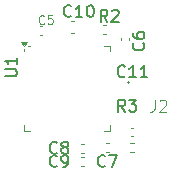
<source format=gbr>
%TF.GenerationSoftware,KiCad,Pcbnew,9.0.0*%
%TF.CreationDate,2025-03-13T15:54:17-04:00*%
%TF.ProjectId,IngestibleCapsule-Board,496e6765-7374-4696-926c-654361707375,rev?*%
%TF.SameCoordinates,Original*%
%TF.FileFunction,Legend,Top*%
%TF.FilePolarity,Positive*%
%FSLAX46Y46*%
G04 Gerber Fmt 4.6, Leading zero omitted, Abs format (unit mm)*
G04 Created by KiCad (PCBNEW 9.0.0) date 2025-03-13 15:54:17*
%MOMM*%
%LPD*%
G01*
G04 APERTURE LIST*
%ADD10C,0.093750*%
%ADD11C,0.150000*%
%ADD12C,0.100000*%
%ADD13C,0.120000*%
G04 APERTURE END LIST*
D10*
X96374999Y-69470660D02*
X96339285Y-69506375D01*
X96339285Y-69506375D02*
X96232142Y-69542089D01*
X96232142Y-69542089D02*
X96160714Y-69542089D01*
X96160714Y-69542089D02*
X96053571Y-69506375D01*
X96053571Y-69506375D02*
X95982142Y-69434946D01*
X95982142Y-69434946D02*
X95946428Y-69363517D01*
X95946428Y-69363517D02*
X95910714Y-69220660D01*
X95910714Y-69220660D02*
X95910714Y-69113517D01*
X95910714Y-69113517D02*
X95946428Y-68970660D01*
X95946428Y-68970660D02*
X95982142Y-68899232D01*
X95982142Y-68899232D02*
X96053571Y-68827803D01*
X96053571Y-68827803D02*
X96160714Y-68792089D01*
X96160714Y-68792089D02*
X96232142Y-68792089D01*
X96232142Y-68792089D02*
X96339285Y-68827803D01*
X96339285Y-68827803D02*
X96374999Y-68863517D01*
X97053571Y-68792089D02*
X96696428Y-68792089D01*
X96696428Y-68792089D02*
X96660714Y-69149232D01*
X96660714Y-69149232D02*
X96696428Y-69113517D01*
X96696428Y-69113517D02*
X96767857Y-69077803D01*
X96767857Y-69077803D02*
X96946428Y-69077803D01*
X96946428Y-69077803D02*
X97017857Y-69113517D01*
X97017857Y-69113517D02*
X97053571Y-69149232D01*
X97053571Y-69149232D02*
X97089285Y-69220660D01*
X97089285Y-69220660D02*
X97089285Y-69399232D01*
X97089285Y-69399232D02*
X97053571Y-69470660D01*
X97053571Y-69470660D02*
X97017857Y-69506375D01*
X97017857Y-69506375D02*
X96946428Y-69542089D01*
X96946428Y-69542089D02*
X96767857Y-69542089D01*
X96767857Y-69542089D02*
X96696428Y-69506375D01*
X96696428Y-69506375D02*
X96660714Y-69470660D01*
D11*
X97453333Y-81559580D02*
X97405714Y-81607200D01*
X97405714Y-81607200D02*
X97262857Y-81654819D01*
X97262857Y-81654819D02*
X97167619Y-81654819D01*
X97167619Y-81654819D02*
X97024762Y-81607200D01*
X97024762Y-81607200D02*
X96929524Y-81511961D01*
X96929524Y-81511961D02*
X96881905Y-81416723D01*
X96881905Y-81416723D02*
X96834286Y-81226247D01*
X96834286Y-81226247D02*
X96834286Y-81083390D01*
X96834286Y-81083390D02*
X96881905Y-80892914D01*
X96881905Y-80892914D02*
X96929524Y-80797676D01*
X96929524Y-80797676D02*
X97024762Y-80702438D01*
X97024762Y-80702438D02*
X97167619Y-80654819D01*
X97167619Y-80654819D02*
X97262857Y-80654819D01*
X97262857Y-80654819D02*
X97405714Y-80702438D01*
X97405714Y-80702438D02*
X97453333Y-80750057D01*
X97929524Y-81654819D02*
X98120000Y-81654819D01*
X98120000Y-81654819D02*
X98215238Y-81607200D01*
X98215238Y-81607200D02*
X98262857Y-81559580D01*
X98262857Y-81559580D02*
X98358095Y-81416723D01*
X98358095Y-81416723D02*
X98405714Y-81226247D01*
X98405714Y-81226247D02*
X98405714Y-80845295D01*
X98405714Y-80845295D02*
X98358095Y-80750057D01*
X98358095Y-80750057D02*
X98310476Y-80702438D01*
X98310476Y-80702438D02*
X98215238Y-80654819D01*
X98215238Y-80654819D02*
X98024762Y-80654819D01*
X98024762Y-80654819D02*
X97929524Y-80702438D01*
X97929524Y-80702438D02*
X97881905Y-80750057D01*
X97881905Y-80750057D02*
X97834286Y-80845295D01*
X97834286Y-80845295D02*
X97834286Y-81083390D01*
X97834286Y-81083390D02*
X97881905Y-81178628D01*
X97881905Y-81178628D02*
X97929524Y-81226247D01*
X97929524Y-81226247D02*
X98024762Y-81273866D01*
X98024762Y-81273866D02*
X98215238Y-81273866D01*
X98215238Y-81273866D02*
X98310476Y-81226247D01*
X98310476Y-81226247D02*
X98358095Y-81178628D01*
X98358095Y-81178628D02*
X98405714Y-81083390D01*
X98657142Y-68859580D02*
X98609523Y-68907200D01*
X98609523Y-68907200D02*
X98466666Y-68954819D01*
X98466666Y-68954819D02*
X98371428Y-68954819D01*
X98371428Y-68954819D02*
X98228571Y-68907200D01*
X98228571Y-68907200D02*
X98133333Y-68811961D01*
X98133333Y-68811961D02*
X98085714Y-68716723D01*
X98085714Y-68716723D02*
X98038095Y-68526247D01*
X98038095Y-68526247D02*
X98038095Y-68383390D01*
X98038095Y-68383390D02*
X98085714Y-68192914D01*
X98085714Y-68192914D02*
X98133333Y-68097676D01*
X98133333Y-68097676D02*
X98228571Y-68002438D01*
X98228571Y-68002438D02*
X98371428Y-67954819D01*
X98371428Y-67954819D02*
X98466666Y-67954819D01*
X98466666Y-67954819D02*
X98609523Y-68002438D01*
X98609523Y-68002438D02*
X98657142Y-68050057D01*
X99609523Y-68954819D02*
X99038095Y-68954819D01*
X99323809Y-68954819D02*
X99323809Y-67954819D01*
X99323809Y-67954819D02*
X99228571Y-68097676D01*
X99228571Y-68097676D02*
X99133333Y-68192914D01*
X99133333Y-68192914D02*
X99038095Y-68240533D01*
X100228571Y-67954819D02*
X100323809Y-67954819D01*
X100323809Y-67954819D02*
X100419047Y-68002438D01*
X100419047Y-68002438D02*
X100466666Y-68050057D01*
X100466666Y-68050057D02*
X100514285Y-68145295D01*
X100514285Y-68145295D02*
X100561904Y-68335771D01*
X100561904Y-68335771D02*
X100561904Y-68573866D01*
X100561904Y-68573866D02*
X100514285Y-68764342D01*
X100514285Y-68764342D02*
X100466666Y-68859580D01*
X100466666Y-68859580D02*
X100419047Y-68907200D01*
X100419047Y-68907200D02*
X100323809Y-68954819D01*
X100323809Y-68954819D02*
X100228571Y-68954819D01*
X100228571Y-68954819D02*
X100133333Y-68907200D01*
X100133333Y-68907200D02*
X100085714Y-68859580D01*
X100085714Y-68859580D02*
X100038095Y-68764342D01*
X100038095Y-68764342D02*
X99990476Y-68573866D01*
X99990476Y-68573866D02*
X99990476Y-68335771D01*
X99990476Y-68335771D02*
X100038095Y-68145295D01*
X100038095Y-68145295D02*
X100085714Y-68050057D01*
X100085714Y-68050057D02*
X100133333Y-68002438D01*
X100133333Y-68002438D02*
X100228571Y-67954819D01*
X97453333Y-80434580D02*
X97405714Y-80482200D01*
X97405714Y-80482200D02*
X97262857Y-80529819D01*
X97262857Y-80529819D02*
X97167619Y-80529819D01*
X97167619Y-80529819D02*
X97024762Y-80482200D01*
X97024762Y-80482200D02*
X96929524Y-80386961D01*
X96929524Y-80386961D02*
X96881905Y-80291723D01*
X96881905Y-80291723D02*
X96834286Y-80101247D01*
X96834286Y-80101247D02*
X96834286Y-79958390D01*
X96834286Y-79958390D02*
X96881905Y-79767914D01*
X96881905Y-79767914D02*
X96929524Y-79672676D01*
X96929524Y-79672676D02*
X97024762Y-79577438D01*
X97024762Y-79577438D02*
X97167619Y-79529819D01*
X97167619Y-79529819D02*
X97262857Y-79529819D01*
X97262857Y-79529819D02*
X97405714Y-79577438D01*
X97405714Y-79577438D02*
X97453333Y-79625057D01*
X98024762Y-79958390D02*
X97929524Y-79910771D01*
X97929524Y-79910771D02*
X97881905Y-79863152D01*
X97881905Y-79863152D02*
X97834286Y-79767914D01*
X97834286Y-79767914D02*
X97834286Y-79720295D01*
X97834286Y-79720295D02*
X97881905Y-79625057D01*
X97881905Y-79625057D02*
X97929524Y-79577438D01*
X97929524Y-79577438D02*
X98024762Y-79529819D01*
X98024762Y-79529819D02*
X98215238Y-79529819D01*
X98215238Y-79529819D02*
X98310476Y-79577438D01*
X98310476Y-79577438D02*
X98358095Y-79625057D01*
X98358095Y-79625057D02*
X98405714Y-79720295D01*
X98405714Y-79720295D02*
X98405714Y-79767914D01*
X98405714Y-79767914D02*
X98358095Y-79863152D01*
X98358095Y-79863152D02*
X98310476Y-79910771D01*
X98310476Y-79910771D02*
X98215238Y-79958390D01*
X98215238Y-79958390D02*
X98024762Y-79958390D01*
X98024762Y-79958390D02*
X97929524Y-80006009D01*
X97929524Y-80006009D02*
X97881905Y-80053628D01*
X97881905Y-80053628D02*
X97834286Y-80148866D01*
X97834286Y-80148866D02*
X97834286Y-80339342D01*
X97834286Y-80339342D02*
X97881905Y-80434580D01*
X97881905Y-80434580D02*
X97929524Y-80482200D01*
X97929524Y-80482200D02*
X98024762Y-80529819D01*
X98024762Y-80529819D02*
X98215238Y-80529819D01*
X98215238Y-80529819D02*
X98310476Y-80482200D01*
X98310476Y-80482200D02*
X98358095Y-80434580D01*
X98358095Y-80434580D02*
X98405714Y-80339342D01*
X98405714Y-80339342D02*
X98405714Y-80148866D01*
X98405714Y-80148866D02*
X98358095Y-80053628D01*
X98358095Y-80053628D02*
X98310476Y-80006009D01*
X98310476Y-80006009D02*
X98215238Y-79958390D01*
X103207142Y-73959580D02*
X103159523Y-74007200D01*
X103159523Y-74007200D02*
X103016666Y-74054819D01*
X103016666Y-74054819D02*
X102921428Y-74054819D01*
X102921428Y-74054819D02*
X102778571Y-74007200D01*
X102778571Y-74007200D02*
X102683333Y-73911961D01*
X102683333Y-73911961D02*
X102635714Y-73816723D01*
X102635714Y-73816723D02*
X102588095Y-73626247D01*
X102588095Y-73626247D02*
X102588095Y-73483390D01*
X102588095Y-73483390D02*
X102635714Y-73292914D01*
X102635714Y-73292914D02*
X102683333Y-73197676D01*
X102683333Y-73197676D02*
X102778571Y-73102438D01*
X102778571Y-73102438D02*
X102921428Y-73054819D01*
X102921428Y-73054819D02*
X103016666Y-73054819D01*
X103016666Y-73054819D02*
X103159523Y-73102438D01*
X103159523Y-73102438D02*
X103207142Y-73150057D01*
X104159523Y-74054819D02*
X103588095Y-74054819D01*
X103873809Y-74054819D02*
X103873809Y-73054819D01*
X103873809Y-73054819D02*
X103778571Y-73197676D01*
X103778571Y-73197676D02*
X103683333Y-73292914D01*
X103683333Y-73292914D02*
X103588095Y-73340533D01*
X105111904Y-74054819D02*
X104540476Y-74054819D01*
X104826190Y-74054819D02*
X104826190Y-73054819D01*
X104826190Y-73054819D02*
X104730952Y-73197676D01*
X104730952Y-73197676D02*
X104635714Y-73292914D01*
X104635714Y-73292914D02*
X104540476Y-73340533D01*
X104759580Y-71166666D02*
X104807200Y-71214285D01*
X104807200Y-71214285D02*
X104854819Y-71357142D01*
X104854819Y-71357142D02*
X104854819Y-71452380D01*
X104854819Y-71452380D02*
X104807200Y-71595237D01*
X104807200Y-71595237D02*
X104711961Y-71690475D01*
X104711961Y-71690475D02*
X104616723Y-71738094D01*
X104616723Y-71738094D02*
X104426247Y-71785713D01*
X104426247Y-71785713D02*
X104283390Y-71785713D01*
X104283390Y-71785713D02*
X104092914Y-71738094D01*
X104092914Y-71738094D02*
X103997676Y-71690475D01*
X103997676Y-71690475D02*
X103902438Y-71595237D01*
X103902438Y-71595237D02*
X103854819Y-71452380D01*
X103854819Y-71452380D02*
X103854819Y-71357142D01*
X103854819Y-71357142D02*
X103902438Y-71214285D01*
X103902438Y-71214285D02*
X103950057Y-71166666D01*
X103854819Y-70309523D02*
X103854819Y-70499999D01*
X103854819Y-70499999D02*
X103902438Y-70595237D01*
X103902438Y-70595237D02*
X103950057Y-70642856D01*
X103950057Y-70642856D02*
X104092914Y-70738094D01*
X104092914Y-70738094D02*
X104283390Y-70785713D01*
X104283390Y-70785713D02*
X104664342Y-70785713D01*
X104664342Y-70785713D02*
X104759580Y-70738094D01*
X104759580Y-70738094D02*
X104807200Y-70690475D01*
X104807200Y-70690475D02*
X104854819Y-70595237D01*
X104854819Y-70595237D02*
X104854819Y-70404761D01*
X104854819Y-70404761D02*
X104807200Y-70309523D01*
X104807200Y-70309523D02*
X104759580Y-70261904D01*
X104759580Y-70261904D02*
X104664342Y-70214285D01*
X104664342Y-70214285D02*
X104426247Y-70214285D01*
X104426247Y-70214285D02*
X104331009Y-70261904D01*
X104331009Y-70261904D02*
X104283390Y-70309523D01*
X104283390Y-70309523D02*
X104235771Y-70404761D01*
X104235771Y-70404761D02*
X104235771Y-70595237D01*
X104235771Y-70595237D02*
X104283390Y-70690475D01*
X104283390Y-70690475D02*
X104331009Y-70738094D01*
X104331009Y-70738094D02*
X104426247Y-70785713D01*
X101533333Y-81559580D02*
X101485714Y-81607200D01*
X101485714Y-81607200D02*
X101342857Y-81654819D01*
X101342857Y-81654819D02*
X101247619Y-81654819D01*
X101247619Y-81654819D02*
X101104762Y-81607200D01*
X101104762Y-81607200D02*
X101009524Y-81511961D01*
X101009524Y-81511961D02*
X100961905Y-81416723D01*
X100961905Y-81416723D02*
X100914286Y-81226247D01*
X100914286Y-81226247D02*
X100914286Y-81083390D01*
X100914286Y-81083390D02*
X100961905Y-80892914D01*
X100961905Y-80892914D02*
X101009524Y-80797676D01*
X101009524Y-80797676D02*
X101104762Y-80702438D01*
X101104762Y-80702438D02*
X101247619Y-80654819D01*
X101247619Y-80654819D02*
X101342857Y-80654819D01*
X101342857Y-80654819D02*
X101485714Y-80702438D01*
X101485714Y-80702438D02*
X101533333Y-80750057D01*
X101866667Y-80654819D02*
X102533333Y-80654819D01*
X102533333Y-80654819D02*
X102104762Y-81654819D01*
X103233333Y-76954819D02*
X102900000Y-76478628D01*
X102661905Y-76954819D02*
X102661905Y-75954819D01*
X102661905Y-75954819D02*
X103042857Y-75954819D01*
X103042857Y-75954819D02*
X103138095Y-76002438D01*
X103138095Y-76002438D02*
X103185714Y-76050057D01*
X103185714Y-76050057D02*
X103233333Y-76145295D01*
X103233333Y-76145295D02*
X103233333Y-76288152D01*
X103233333Y-76288152D02*
X103185714Y-76383390D01*
X103185714Y-76383390D02*
X103138095Y-76431009D01*
X103138095Y-76431009D02*
X103042857Y-76478628D01*
X103042857Y-76478628D02*
X102661905Y-76478628D01*
X103566667Y-75954819D02*
X104185714Y-75954819D01*
X104185714Y-75954819D02*
X103852381Y-76335771D01*
X103852381Y-76335771D02*
X103995238Y-76335771D01*
X103995238Y-76335771D02*
X104090476Y-76383390D01*
X104090476Y-76383390D02*
X104138095Y-76431009D01*
X104138095Y-76431009D02*
X104185714Y-76526247D01*
X104185714Y-76526247D02*
X104185714Y-76764342D01*
X104185714Y-76764342D02*
X104138095Y-76859580D01*
X104138095Y-76859580D02*
X104090476Y-76907200D01*
X104090476Y-76907200D02*
X103995238Y-76954819D01*
X103995238Y-76954819D02*
X103709524Y-76954819D01*
X103709524Y-76954819D02*
X103614286Y-76907200D01*
X103614286Y-76907200D02*
X103566667Y-76859580D01*
D12*
X105716666Y-75957419D02*
X105716666Y-76671704D01*
X105716666Y-76671704D02*
X105669047Y-76814561D01*
X105669047Y-76814561D02*
X105573809Y-76909800D01*
X105573809Y-76909800D02*
X105430952Y-76957419D01*
X105430952Y-76957419D02*
X105335714Y-76957419D01*
X106145238Y-76052657D02*
X106192857Y-76005038D01*
X106192857Y-76005038D02*
X106288095Y-75957419D01*
X106288095Y-75957419D02*
X106526190Y-75957419D01*
X106526190Y-75957419D02*
X106621428Y-76005038D01*
X106621428Y-76005038D02*
X106669047Y-76052657D01*
X106669047Y-76052657D02*
X106716666Y-76147895D01*
X106716666Y-76147895D02*
X106716666Y-76243133D01*
X106716666Y-76243133D02*
X106669047Y-76385990D01*
X106669047Y-76385990D02*
X106097619Y-76957419D01*
X106097619Y-76957419D02*
X106716666Y-76957419D01*
D11*
X93054819Y-73961904D02*
X93864342Y-73961904D01*
X93864342Y-73961904D02*
X93959580Y-73914285D01*
X93959580Y-73914285D02*
X94007200Y-73866666D01*
X94007200Y-73866666D02*
X94054819Y-73771428D01*
X94054819Y-73771428D02*
X94054819Y-73580952D01*
X94054819Y-73580952D02*
X94007200Y-73485714D01*
X94007200Y-73485714D02*
X93959580Y-73438095D01*
X93959580Y-73438095D02*
X93864342Y-73390476D01*
X93864342Y-73390476D02*
X93054819Y-73390476D01*
X94054819Y-72390476D02*
X94054819Y-72961904D01*
X94054819Y-72676190D02*
X93054819Y-72676190D01*
X93054819Y-72676190D02*
X93197676Y-72771428D01*
X93197676Y-72771428D02*
X93292914Y-72866666D01*
X93292914Y-72866666D02*
X93340533Y-72961904D01*
X101733333Y-69354819D02*
X101400000Y-68878628D01*
X101161905Y-69354819D02*
X101161905Y-68354819D01*
X101161905Y-68354819D02*
X101542857Y-68354819D01*
X101542857Y-68354819D02*
X101638095Y-68402438D01*
X101638095Y-68402438D02*
X101685714Y-68450057D01*
X101685714Y-68450057D02*
X101733333Y-68545295D01*
X101733333Y-68545295D02*
X101733333Y-68688152D01*
X101733333Y-68688152D02*
X101685714Y-68783390D01*
X101685714Y-68783390D02*
X101638095Y-68831009D01*
X101638095Y-68831009D02*
X101542857Y-68878628D01*
X101542857Y-68878628D02*
X101161905Y-68878628D01*
X102114286Y-68450057D02*
X102161905Y-68402438D01*
X102161905Y-68402438D02*
X102257143Y-68354819D01*
X102257143Y-68354819D02*
X102495238Y-68354819D01*
X102495238Y-68354819D02*
X102590476Y-68402438D01*
X102590476Y-68402438D02*
X102638095Y-68450057D01*
X102638095Y-68450057D02*
X102685714Y-68545295D01*
X102685714Y-68545295D02*
X102685714Y-68640533D01*
X102685714Y-68640533D02*
X102638095Y-68783390D01*
X102638095Y-68783390D02*
X102066667Y-69354819D01*
X102066667Y-69354819D02*
X102685714Y-69354819D01*
D13*
%TO.C,C5*%
X95992164Y-69740000D02*
X96207836Y-69740000D01*
X95992164Y-70460000D02*
X96207836Y-70460000D01*
%TO.C,C9*%
X99512164Y-80840000D02*
X99727836Y-80840000D01*
X99512164Y-81560000D02*
X99727836Y-81560000D01*
%TO.C,C10*%
X98634420Y-69290000D02*
X98915580Y-69290000D01*
X98634420Y-70310000D02*
X98915580Y-70310000D01*
%TO.C,C8*%
X99512164Y-79715000D02*
X99727836Y-79715000D01*
X99512164Y-80435000D02*
X99727836Y-80435000D01*
%TO.C,C11*%
X103692164Y-78340000D02*
X103907836Y-78340000D01*
X103692164Y-79060000D02*
X103907836Y-79060000D01*
%TO.C,C6*%
X102840000Y-70907836D02*
X102840000Y-70692164D01*
X103560000Y-70907836D02*
X103560000Y-70692164D01*
%TO.C,C7*%
X101632164Y-79640000D02*
X101847836Y-79640000D01*
X101632164Y-80360000D02*
X101847836Y-80360000D01*
%TO.C,R3*%
X103656359Y-79620000D02*
X103963641Y-79620000D01*
X103656359Y-80380000D02*
X103963641Y-80380000D01*
D12*
%TO.C,J2*%
X103600000Y-74500000D02*
G75*
G02*
X103400000Y-74500000I-100000J0D01*
G01*
X103400000Y-74500000D02*
G75*
G02*
X103600000Y-74500000I100000J0D01*
G01*
D13*
%TO.C,U1*%
X94690000Y-71865000D02*
X94690000Y-71630000D01*
X94690000Y-78610000D02*
X94690000Y-78135000D01*
X95165000Y-71390000D02*
X94990000Y-71390000D01*
X95165000Y-78610000D02*
X94690000Y-78610000D01*
X101435000Y-71390000D02*
X101910000Y-71390000D01*
X101435000Y-78610000D02*
X101910000Y-78610000D01*
X101910000Y-71390000D02*
X101910000Y-71865000D01*
X101910000Y-78610000D02*
X101910000Y-78135000D01*
X94690000Y-71390000D02*
X94450000Y-71060000D01*
X94930000Y-71060000D01*
X94690000Y-71390000D01*
G36*
X94690000Y-71390000D02*
G01*
X94450000Y-71060000D01*
X94930000Y-71060000D01*
X94690000Y-71390000D01*
G37*
%TO.C,R2*%
X101336359Y-69620000D02*
X101643641Y-69620000D01*
X101336359Y-70380000D02*
X101643641Y-70380000D01*
%TD*%
M02*

</source>
